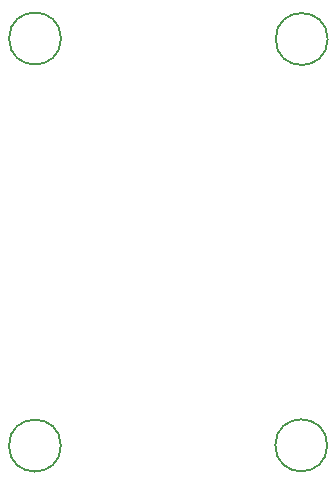
<source format=gbr>
%TF.GenerationSoftware,KiCad,Pcbnew,8.99.0-unknown-8e286d44fc~178~ubuntu22.04.1*%
%TF.CreationDate,2024-05-21T21:22:49+05:30*%
%TF.ProjectId,MiniSWR-Interface,4d696e69-5357-4522-9d49-6e7465726661,rev?*%
%TF.SameCoordinates,Original*%
%TF.FileFunction,Other,Comment*%
%FSLAX46Y46*%
G04 Gerber Fmt 4.6, Leading zero omitted, Abs format (unit mm)*
G04 Created by KiCad (PCBNEW 8.99.0-unknown-8e286d44fc~178~ubuntu22.04.1) date 2024-05-21 21:22:49*
%MOMM*%
%LPD*%
G01*
G04 APERTURE LIST*
%ADD10C,0.150000*%
G04 APERTURE END LIST*
D10*
%TO.C,H4*%
X122836726Y-102213274D02*
G75*
G02*
X118436726Y-102213274I-2200000J0D01*
G01*
X118436726Y-102213274D02*
G75*
G02*
X122836726Y-102213274I2200000J0D01*
G01*
%TO.C,H3*%
X145390000Y-102190000D02*
G75*
G02*
X140990000Y-102190000I-2200000J0D01*
G01*
X140990000Y-102190000D02*
G75*
G02*
X145390000Y-102190000I2200000J0D01*
G01*
%TO.C,H1*%
X122843274Y-67746726D02*
G75*
G02*
X118443274Y-67746726I-2200000J0D01*
G01*
X118443274Y-67746726D02*
G75*
G02*
X122843274Y-67746726I2200000J0D01*
G01*
%TO.C,H2*%
X145420000Y-67790000D02*
G75*
G02*
X141020000Y-67790000I-2200000J0D01*
G01*
X141020000Y-67790000D02*
G75*
G02*
X145420000Y-67790000I2200000J0D01*
G01*
%TD*%
M02*

</source>
